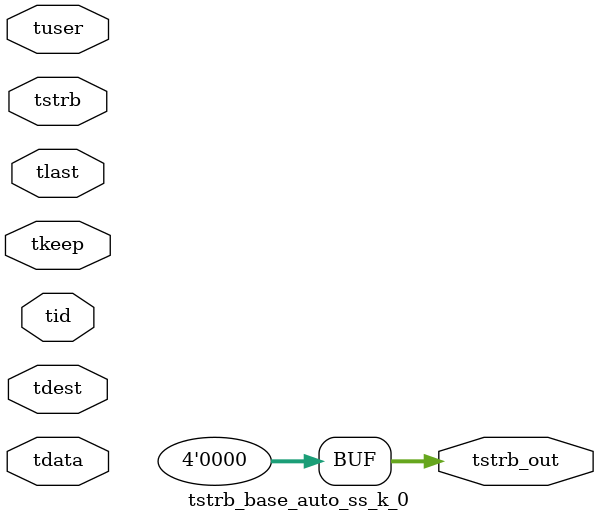
<source format=v>


`timescale 1ps/1ps

module tstrb_base_auto_ss_k_0 #
(
parameter C_S_AXIS_TDATA_WIDTH = 32,
parameter C_S_AXIS_TUSER_WIDTH = 0,
parameter C_S_AXIS_TID_WIDTH   = 0,
parameter C_S_AXIS_TDEST_WIDTH = 0,
parameter C_M_AXIS_TDATA_WIDTH = 32
)
(
input  [(C_S_AXIS_TDATA_WIDTH == 0 ? 1 : C_S_AXIS_TDATA_WIDTH)-1:0     ] tdata,
input  [(C_S_AXIS_TUSER_WIDTH == 0 ? 1 : C_S_AXIS_TUSER_WIDTH)-1:0     ] tuser,
input  [(C_S_AXIS_TID_WIDTH   == 0 ? 1 : C_S_AXIS_TID_WIDTH)-1:0       ] tid,
input  [(C_S_AXIS_TDEST_WIDTH == 0 ? 1 : C_S_AXIS_TDEST_WIDTH)-1:0     ] tdest,
input  [(C_S_AXIS_TDATA_WIDTH/8)-1:0 ] tkeep,
input  [(C_S_AXIS_TDATA_WIDTH/8)-1:0 ] tstrb,
input                                                                    tlast,
output [(C_M_AXIS_TDATA_WIDTH/8)-1:0 ] tstrb_out
);

assign tstrb_out = {1'b0};

endmodule


</source>
